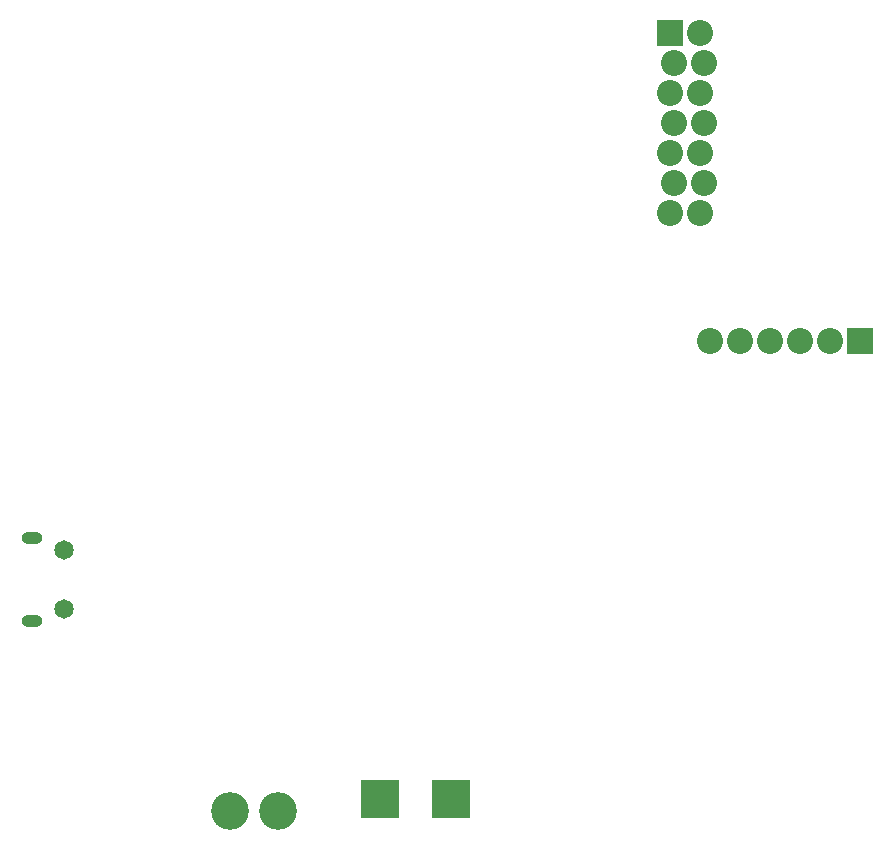
<source format=gbs>
G04*
G04 #@! TF.GenerationSoftware,Altium Limited,Altium Designer,20.2.7 (254)*
G04*
G04 Layer_Color=16711935*
%FSLAX25Y25*%
%MOIN*%
G70*
G04*
G04 #@! TF.SameCoordinates,A4FD2F15-25C4-4B7E-ACC4-4C6BACDD2ABF*
G04*
G04*
G04 #@! TF.FilePolarity,Negative*
G04*
G01*
G75*
%ADD63R,0.08674X0.08674*%
%ADD64C,0.08674*%
%ADD65R,0.08674X0.08674*%
%ADD66C,0.12611*%
%ADD67O,0.07099X0.03950*%
%ADD68C,0.06509*%
%ADD80R,0.12611X0.12611*%
D63*
X281811Y167717D02*
D03*
D64*
X251811D02*
D03*
X261811D02*
D03*
X271811D02*
D03*
X231811D02*
D03*
X241811D02*
D03*
X229803Y260157D02*
D03*
X219803Y260157D02*
D03*
X229803Y240158D02*
D03*
X219803D02*
D03*
X228622Y250157D02*
D03*
X218622D02*
D03*
X228622Y270158D02*
D03*
X218622Y230157D02*
D03*
X228622D02*
D03*
X219803Y220158D02*
D03*
X229803Y220158D02*
D03*
X218622Y210157D02*
D03*
X228622D02*
D03*
D65*
X218622Y270158D02*
D03*
D66*
X87795Y11024D02*
D03*
X72047D02*
D03*
D67*
X5906Y74410D02*
D03*
X5906Y101969D02*
D03*
D68*
X16535Y78347D02*
D03*
Y98032D02*
D03*
D80*
X122047Y14961D02*
D03*
X145669D02*
D03*
M02*

</source>
